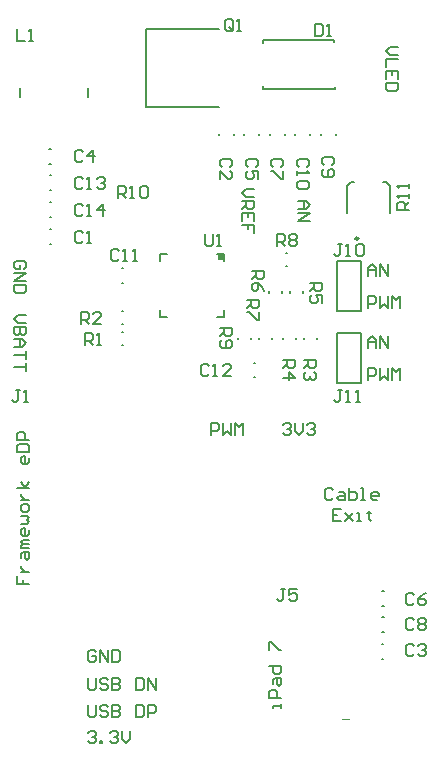
<source format=gto>
G04*
G04 #@! TF.GenerationSoftware,Altium Limited,Altium Designer,18.0.12 (696)*
G04*
G04 Layer_Color=65535*
%FSLAX25Y25*%
%MOIN*%
G70*
G01*
G75*
%ADD10C,0.00984*%
%ADD11C,0.00787*%
%ADD12C,0.00394*%
%ADD13C,0.00500*%
%ADD14C,0.00800*%
G36*
X172771Y268287D02*
X174740D01*
Y266318D01*
X172771D01*
Y268287D01*
D02*
G37*
D10*
X219555Y273386D02*
G03*
X219555Y273386I-492J0D01*
G01*
D11*
X212563Y249035D02*
X220437D01*
X212563Y265965D02*
X220437D01*
X212563Y249035D02*
Y265965D01*
X220437Y249035D02*
Y265965D01*
X212563Y225035D02*
X220437D01*
X212563Y241965D02*
X220437D01*
X212563Y225035D02*
Y241965D01*
X220437Y225035D02*
Y241965D01*
X227503Y138261D02*
X227897D01*
X227503Y133339D02*
X227897D01*
X227603Y147061D02*
X227997D01*
X227603Y142139D02*
X227997D01*
X227603Y155761D02*
X227997D01*
X227603Y150839D02*
X227997D01*
X201335Y239803D02*
Y240197D01*
X205665Y239803D02*
Y240197D01*
X194335Y239803D02*
Y240197D01*
X198665Y239803D02*
Y240197D01*
X190665Y239803D02*
Y240197D01*
X186335Y239803D02*
Y240197D01*
X183665Y239803D02*
Y240197D01*
X179335Y239803D02*
Y240197D01*
X184803Y227039D02*
X185197D01*
X184803Y231961D02*
X185197D01*
X189835Y255303D02*
Y255697D01*
X194165Y255303D02*
Y255697D01*
X195303Y268665D02*
X195697D01*
X195303Y264335D02*
X195697D01*
X196835Y255303D02*
Y255697D01*
X201165Y255303D02*
Y255697D01*
X211961Y307803D02*
Y308197D01*
X207039Y307803D02*
Y308197D01*
X203461Y307803D02*
Y308197D01*
X198539Y307803D02*
Y308197D01*
X194961Y307803D02*
Y308197D01*
X190039Y307803D02*
Y308197D01*
X186461Y307803D02*
Y308197D01*
X181539Y307803D02*
Y308197D01*
X177961Y307803D02*
Y308197D01*
X173039Y307803D02*
Y308197D01*
X215913Y281850D02*
Y290905D01*
X217094Y292087D01*
X218276D01*
X227724Y292087D02*
X228906D01*
X230087Y290905D01*
Y281850D02*
Y290905D01*
X140803Y258539D02*
X141197D01*
X140803Y263461D02*
X141197D01*
X140803Y249165D02*
X141197D01*
X140803Y244835D02*
X141197D01*
X140803Y237835D02*
X141197D01*
X140803Y242165D02*
X141197D01*
X116603Y298339D02*
X116997D01*
X116603Y303261D02*
X116997D01*
X116803Y289539D02*
X117197D01*
X116803Y294461D02*
X117197D01*
X116803Y280539D02*
X117197D01*
X116803Y285461D02*
X117197D01*
X116803Y271539D02*
X117197D01*
X116803Y276461D02*
X117197D01*
D12*
X214055Y113252D02*
X216417D01*
D13*
X187870Y338465D02*
Y339646D01*
X211492D01*
Y338858D02*
Y339646D01*
X211886Y323110D02*
Y323898D01*
X187870Y323110D02*
X211886D01*
X187870D02*
Y324291D01*
X172378Y268287D02*
X174740D01*
Y265925D02*
Y268287D01*
X172378Y247027D02*
X174740D01*
Y249389D01*
X153480Y265925D02*
Y268287D01*
X155842D01*
X153480Y247027D02*
Y249389D01*
Y247027D02*
X155842D01*
X129602Y320468D02*
Y323618D01*
X106768Y320468D02*
Y323618D01*
D14*
X148695Y343092D02*
X173104D01*
X148695Y317108D02*
Y343092D01*
Y317108D02*
X173104D01*
X170300Y207800D02*
Y211799D01*
X172299D01*
X172966Y211132D01*
Y209799D01*
X172299Y209133D01*
X170300D01*
X174299Y211799D02*
Y207800D01*
X175632Y209133D01*
X176964Y207800D01*
Y211799D01*
X178297Y207800D02*
Y211799D01*
X179630Y210466D01*
X180963Y211799D01*
Y207800D01*
X211169Y189351D02*
X210502Y190017D01*
X209169D01*
X208503Y189351D01*
Y186685D01*
X209169Y186019D01*
X210502D01*
X211169Y186685D01*
X213168Y188684D02*
X214501D01*
X215167Y188018D01*
Y186019D01*
X213168D01*
X212502Y186685D01*
X213168Y187351D01*
X215167D01*
X216500Y190017D02*
Y186019D01*
X218500D01*
X219166Y186685D01*
Y187351D01*
Y188018D01*
X218500Y188684D01*
X216500D01*
X220499Y186019D02*
X221832D01*
X221165D01*
Y190017D01*
X220499D01*
X225831Y186019D02*
X224498D01*
X223831Y186685D01*
Y188018D01*
X224498Y188684D01*
X225831D01*
X226497Y188018D01*
Y187351D01*
X223831D01*
X213835Y183299D02*
X211169D01*
Y179300D01*
X213835D01*
X211169Y181299D02*
X212502D01*
X215167Y181966D02*
X217833Y179300D01*
X216500Y180633D01*
X217833Y181966D01*
X215167Y179300D01*
X219166D02*
X220499D01*
X219833D01*
Y181966D01*
X219166D01*
X223165Y182632D02*
Y181966D01*
X222498D01*
X223831D01*
X223165D01*
Y179966D01*
X223831Y179300D01*
X184799Y289700D02*
X182133D01*
X180800Y288367D01*
X182133Y287034D01*
X184799D01*
X180800Y285701D02*
X184799D01*
Y283702D01*
X184132Y283035D01*
X182799D01*
X182133Y283702D01*
Y285701D01*
Y284368D02*
X180800Y283035D01*
X184799Y279037D02*
Y281703D01*
X180800D01*
Y279037D01*
X182799Y281703D02*
Y280370D01*
X184799Y275038D02*
Y277704D01*
X182799D01*
Y276371D01*
Y277704D01*
X180800D01*
X232799Y337200D02*
X230133D01*
X228800Y335867D01*
X230133Y334534D01*
X232799D01*
Y333201D02*
X228800D01*
Y330536D01*
X232799Y326537D02*
Y329203D01*
X228800D01*
Y326537D01*
X230799Y329203D02*
Y327870D01*
X232799Y325204D02*
X228800D01*
Y323204D01*
X229466Y322538D01*
X232132D01*
X232799Y323204D01*
Y325204D01*
X222800Y260800D02*
Y263466D01*
X224133Y264799D01*
X225466Y263466D01*
Y260800D01*
Y262799D01*
X222800D01*
X226799Y260800D02*
Y264799D01*
X229465Y260800D01*
Y264799D01*
X222800Y236800D02*
Y239466D01*
X224133Y240799D01*
X225466Y239466D01*
Y236800D01*
Y238799D01*
X222800D01*
X226799Y236800D02*
Y240799D01*
X229465Y236800D01*
Y240799D01*
X222800Y226300D02*
Y230299D01*
X224799D01*
X225466Y229632D01*
Y228299D01*
X224799Y227633D01*
X222800D01*
X226799Y230299D02*
Y226300D01*
X228132Y227633D01*
X229465Y226300D01*
Y230299D01*
X230797Y226300D02*
Y230299D01*
X232130Y228966D01*
X233463Y230299D01*
Y226300D01*
X199300Y285700D02*
X201966D01*
X203299Y284367D01*
X201966Y283034D01*
X199300D01*
X201299D01*
Y285700D01*
X199300Y281701D02*
X203299D01*
X199300Y279035D01*
X203299D01*
X222800Y250300D02*
Y254299D01*
X224799D01*
X225466Y253632D01*
Y252299D01*
X224799Y251633D01*
X222800D01*
X226799Y254299D02*
Y250300D01*
X228132Y251633D01*
X229465Y250300D01*
Y254299D01*
X230797Y250300D02*
Y254299D01*
X232130Y252966D01*
X233463Y254299D01*
Y250300D01*
X108132Y263034D02*
X108799Y263701D01*
Y265034D01*
X108132Y265700D01*
X105466D01*
X104800Y265034D01*
Y263701D01*
X105466Y263034D01*
X106799D01*
Y264367D01*
X104800Y261701D02*
X108799D01*
X104800Y259035D01*
X108799D01*
Y257703D02*
X104800D01*
Y255703D01*
X105466Y255037D01*
X108132D01*
X108799Y255703D01*
Y257703D01*
X129300Y117799D02*
Y114467D01*
X129966Y113800D01*
X131299D01*
X131966Y114467D01*
Y117799D01*
X135965Y117132D02*
X135298Y117799D01*
X133965D01*
X133299Y117132D01*
Y116466D01*
X133965Y115799D01*
X135298D01*
X135965Y115133D01*
Y114467D01*
X135298Y113800D01*
X133965D01*
X133299Y114467D01*
X137297Y117799D02*
Y113800D01*
X139297D01*
X139963Y114467D01*
Y115133D01*
X139297Y115799D01*
X137297D01*
X139297D01*
X139963Y116466D01*
Y117132D01*
X139297Y117799D01*
X137297D01*
X145295D02*
Y113800D01*
X147294D01*
X147961Y114467D01*
Y117132D01*
X147294Y117799D01*
X145295D01*
X149294Y113800D02*
Y117799D01*
X151293D01*
X151959Y117132D01*
Y115799D01*
X151293Y115133D01*
X149294D01*
X129300Y108632D02*
X129966Y109299D01*
X131299D01*
X131966Y108632D01*
Y107966D01*
X131299Y107299D01*
X130633D01*
X131299D01*
X131966Y106633D01*
Y105966D01*
X131299Y105300D01*
X129966D01*
X129300Y105966D01*
X133299Y105300D02*
Y105966D01*
X133965D01*
Y105300D01*
X133299D01*
X136631Y108632D02*
X137297Y109299D01*
X138630D01*
X139297Y108632D01*
Y107966D01*
X138630Y107299D01*
X137964D01*
X138630D01*
X139297Y106633D01*
Y105966D01*
X138630Y105300D01*
X137297D01*
X136631Y105966D01*
X140630Y109299D02*
Y106633D01*
X141963Y105300D01*
X143296Y106633D01*
Y109299D01*
X131966Y135632D02*
X131299Y136299D01*
X129966D01*
X129300Y135632D01*
Y132966D01*
X129966Y132300D01*
X131299D01*
X131966Y132966D01*
Y134299D01*
X130633D01*
X133299Y132300D02*
Y136299D01*
X135965Y132300D01*
Y136299D01*
X137297D02*
Y132300D01*
X139297D01*
X139963Y132966D01*
Y135632D01*
X139297Y136299D01*
X137297D01*
X105701Y160966D02*
Y158300D01*
X107701D01*
Y159633D01*
Y158300D01*
X109700D01*
X107034Y162299D02*
X109700D01*
X108367D01*
X107701Y162965D01*
X107034Y163632D01*
Y164298D01*
Y166964D02*
Y168297D01*
X107701Y168963D01*
X109700D01*
Y166964D01*
X109034Y166297D01*
X108367Y166964D01*
Y168963D01*
X109700Y170296D02*
X107034D01*
Y170963D01*
X107701Y171629D01*
X109700D01*
X107701D01*
X107034Y172295D01*
X107701Y172962D01*
X109700D01*
Y176294D02*
Y174961D01*
X109034Y174295D01*
X107701D01*
X107034Y174961D01*
Y176294D01*
X107701Y176961D01*
X108367D01*
Y174295D01*
X107034Y178294D02*
X109034D01*
X109700Y178960D01*
X109034Y179626D01*
X109700Y180293D01*
X109034Y180959D01*
X107034D01*
X109700Y182959D02*
Y184292D01*
X109034Y184958D01*
X107701D01*
X107034Y184292D01*
Y182959D01*
X107701Y182292D01*
X109034D01*
X109700Y182959D01*
X107034Y186291D02*
X109700D01*
X108367D01*
X107701Y186957D01*
X107034Y187624D01*
Y188290D01*
X109700Y190290D02*
X105701D01*
X108367D02*
X107034Y192289D01*
X108367Y190290D02*
X109700Y192289D01*
Y200286D02*
Y198953D01*
X109034Y198287D01*
X107701D01*
X107034Y198953D01*
Y200286D01*
X107701Y200953D01*
X108367D01*
Y198287D01*
X105701Y202286D02*
X109700D01*
Y204285D01*
X109034Y204952D01*
X106368D01*
X105701Y204285D01*
Y202286D01*
X109700Y206284D02*
X105701D01*
Y208284D01*
X106368Y208950D01*
X107701D01*
X108367Y208284D01*
Y206284D01*
X129300Y126799D02*
Y123467D01*
X129966Y122800D01*
X131299D01*
X131966Y123467D01*
Y126799D01*
X135965Y126132D02*
X135298Y126799D01*
X133965D01*
X133299Y126132D01*
Y125466D01*
X133965Y124799D01*
X135298D01*
X135965Y124133D01*
Y123467D01*
X135298Y122800D01*
X133965D01*
X133299Y123467D01*
X137297Y126799D02*
Y122800D01*
X139297D01*
X139963Y123467D01*
Y124133D01*
X139297Y124799D01*
X137297D01*
X139297D01*
X139963Y125466D01*
Y126132D01*
X139297Y126799D01*
X137297D01*
X145295D02*
Y122800D01*
X147294D01*
X147961Y123467D01*
Y126132D01*
X147294Y126799D01*
X145295D01*
X149294Y122800D02*
Y126799D01*
X151959Y122800D01*
Y126799D01*
X194300Y211132D02*
X194966Y211799D01*
X196299D01*
X196966Y211132D01*
Y210466D01*
X196299Y209799D01*
X195633D01*
X196299D01*
X196966Y209133D01*
Y208466D01*
X196299Y207800D01*
X194966D01*
X194300Y208466D01*
X198299Y211799D02*
Y209133D01*
X199632Y207800D01*
X200964Y209133D01*
Y211799D01*
X202297Y211132D02*
X202964Y211799D01*
X204297D01*
X204963Y211132D01*
Y210466D01*
X204297Y209799D01*
X203630D01*
X204297D01*
X204963Y209133D01*
Y208466D01*
X204297Y207800D01*
X202964D01*
X202297Y208466D01*
X108799Y247700D02*
X106133D01*
X104800Y246367D01*
X106133Y245034D01*
X108799D01*
Y243701D02*
X104800D01*
Y241702D01*
X105466Y241036D01*
X106133D01*
X106799Y241702D01*
Y243701D01*
Y241702D01*
X107466Y241036D01*
X108132D01*
X108799Y241702D01*
Y243701D01*
X104800Y239703D02*
X107466D01*
X108799Y238370D01*
X107466Y237037D01*
X104800D01*
X106799D01*
Y239703D01*
X108799Y235704D02*
Y233038D01*
Y234371D01*
X104800D01*
X108799Y231705D02*
Y229039D01*
Y230372D01*
X104800D01*
X193700Y116800D02*
Y118133D01*
Y117466D01*
X191034D01*
Y116800D01*
X193700Y120132D02*
X189701D01*
Y122132D01*
X190368Y122798D01*
X191701D01*
X192367Y122132D01*
Y120132D01*
X191034Y124797D02*
Y126130D01*
X191701Y126797D01*
X193700D01*
Y124797D01*
X193034Y124131D01*
X192367Y124797D01*
Y126797D01*
X189701Y130796D02*
X193700D01*
Y128796D01*
X193034Y128130D01*
X191701D01*
X191034Y128796D01*
Y130796D01*
X189701Y136127D02*
Y138793D01*
X190368D01*
X193034Y136127D01*
X193700D01*
X214166Y222999D02*
X212833D01*
X213499D01*
Y219666D01*
X212833Y219000D01*
X212166D01*
X211500Y219666D01*
X215499Y219000D02*
X216832D01*
X216165D01*
Y222999D01*
X215499Y222332D01*
X218831Y219000D02*
X220164D01*
X219497D01*
Y222999D01*
X218831Y222332D01*
X214166Y271499D02*
X212833D01*
X213499D01*
Y268166D01*
X212833Y267500D01*
X212166D01*
X211500Y268166D01*
X215499Y267500D02*
X216832D01*
X216165D01*
Y271499D01*
X215499Y270832D01*
X218831D02*
X219497Y271499D01*
X220830D01*
X221497Y270832D01*
Y268166D01*
X220830Y267500D01*
X219497D01*
X218831Y268166D01*
Y270832D01*
X127666Y284332D02*
X126999Y284999D01*
X125666D01*
X125000Y284332D01*
Y281666D01*
X125666Y281000D01*
X126999D01*
X127666Y281666D01*
X128999Y281000D02*
X130332D01*
X129665D01*
Y284999D01*
X128999Y284332D01*
X134330Y281000D02*
Y284999D01*
X132331Y282999D01*
X134997D01*
X127666Y293332D02*
X126999Y293999D01*
X125666D01*
X125000Y293332D01*
Y290666D01*
X125666Y290000D01*
X126999D01*
X127666Y290666D01*
X128999Y290000D02*
X130332D01*
X129665D01*
Y293999D01*
X128999Y293332D01*
X132331D02*
X132997Y293999D01*
X134330D01*
X134997Y293332D01*
Y292666D01*
X134330Y291999D01*
X133664D01*
X134330D01*
X134997Y291333D01*
Y290666D01*
X134330Y290000D01*
X132997D01*
X132331Y290666D01*
X168500Y274999D02*
Y271666D01*
X169167Y271000D01*
X170499D01*
X171166Y271666D01*
Y274999D01*
X172499Y271000D02*
X173832D01*
X173165D01*
Y274999D01*
X172499Y274332D01*
X236500Y283000D02*
X232501D01*
Y284999D01*
X233168Y285666D01*
X234501D01*
X235167Y284999D01*
Y283000D01*
Y284333D02*
X236500Y285666D01*
Y286999D02*
Y288332D01*
Y287665D01*
X232501D01*
X233168Y286999D01*
X236500Y290331D02*
Y291664D01*
Y290997D01*
X232501D01*
X233168Y290331D01*
X139500Y287000D02*
Y290999D01*
X141499D01*
X142166Y290332D01*
Y288999D01*
X141499Y288333D01*
X139500D01*
X140833D02*
X142166Y287000D01*
X143499D02*
X144832D01*
X144165D01*
Y290999D01*
X143499Y290332D01*
X146831D02*
X147497Y290999D01*
X148830D01*
X149497Y290332D01*
Y287666D01*
X148830Y287000D01*
X147497D01*
X146831Y287666D01*
Y290332D01*
X173500Y243500D02*
X177499D01*
Y241501D01*
X176832Y240834D01*
X175499D01*
X174833Y241501D01*
Y243500D01*
Y242167D02*
X173500Y240834D01*
X174167Y239501D02*
X173500Y238835D01*
Y237502D01*
X174167Y236836D01*
X176832D01*
X177499Y237502D01*
Y238835D01*
X176832Y239501D01*
X176166D01*
X175499Y238835D01*
Y236836D01*
X192500Y271000D02*
Y274999D01*
X194499D01*
X195166Y274332D01*
Y272999D01*
X194499Y272333D01*
X192500D01*
X193833D02*
X195166Y271000D01*
X196499Y274332D02*
X197165Y274999D01*
X198498D01*
X199164Y274332D01*
Y273666D01*
X198498Y272999D01*
X199164Y272333D01*
Y271666D01*
X198498Y271000D01*
X197165D01*
X196499Y271666D01*
Y272333D01*
X197165Y272999D01*
X196499Y273666D01*
Y274332D01*
X197165Y272999D02*
X198498D01*
X182500Y253000D02*
X186499D01*
Y251001D01*
X185832Y250334D01*
X184499D01*
X183833Y251001D01*
Y253000D01*
Y251667D02*
X182500Y250334D01*
X186499Y249001D02*
Y246336D01*
X185832D01*
X183167Y249001D01*
X182500D01*
X184000Y262500D02*
X187999D01*
Y260501D01*
X187332Y259834D01*
X185999D01*
X185333Y260501D01*
Y262500D01*
Y261167D02*
X184000Y259834D01*
X187999Y255836D02*
X187332Y257168D01*
X185999Y258501D01*
X184667D01*
X184000Y257835D01*
Y256502D01*
X184667Y255836D01*
X185333D01*
X185999Y256502D01*
Y258501D01*
X203500Y258500D02*
X207499D01*
Y256501D01*
X206832Y255834D01*
X205499D01*
X204833Y256501D01*
Y258500D01*
Y257167D02*
X203500Y255834D01*
X207499Y251835D02*
Y254501D01*
X205499D01*
X206166Y253168D01*
Y252502D01*
X205499Y251835D01*
X204167D01*
X203500Y252502D01*
Y253835D01*
X204167Y254501D01*
X194500Y233000D02*
X198499D01*
Y231001D01*
X197832Y230334D01*
X196499D01*
X195833Y231001D01*
Y233000D01*
Y231667D02*
X194500Y230334D01*
Y227002D02*
X198499D01*
X196499Y229001D01*
Y226336D01*
X201500Y233000D02*
X205499D01*
Y231001D01*
X204832Y230334D01*
X203499D01*
X202833Y231001D01*
Y233000D01*
Y231667D02*
X201500Y230334D01*
X204832Y229001D02*
X205499Y228335D01*
Y227002D01*
X204832Y226336D01*
X204166D01*
X203499Y227002D01*
Y227668D01*
Y227002D01*
X202833Y226336D01*
X202167D01*
X201500Y227002D01*
Y228335D01*
X202167Y229001D01*
X127000Y245000D02*
Y248999D01*
X128999D01*
X129666Y248332D01*
Y246999D01*
X128999Y246333D01*
X127000D01*
X128333D02*
X129666Y245000D01*
X133665D02*
X130999D01*
X133665Y247666D01*
Y248332D01*
X132998Y248999D01*
X131665D01*
X130999Y248332D01*
X128500Y238000D02*
Y241999D01*
X130499D01*
X131166Y241332D01*
Y239999D01*
X130499Y239333D01*
X128500D01*
X129833D02*
X131166Y238000D01*
X132499D02*
X133832D01*
X133165D01*
Y241999D01*
X132499Y241332D01*
X177666Y343166D02*
Y345832D01*
X176999Y346499D01*
X175666D01*
X175000Y345832D01*
Y343166D01*
X175666Y342500D01*
X176999D01*
X176333Y343833D02*
X177666Y342500D01*
X176999D02*
X177666Y343166D01*
X178999Y342500D02*
X180332D01*
X179665D01*
Y346499D01*
X178999Y345832D01*
X105800Y343299D02*
Y339300D01*
X108466D01*
X109799D02*
X111132D01*
X110465D01*
Y343299D01*
X109799Y342632D01*
X195166Y156499D02*
X193833D01*
X194499D01*
Y153166D01*
X193833Y152500D01*
X193166D01*
X192500Y153166D01*
X199164Y156499D02*
X196499D01*
Y154499D01*
X197832Y155166D01*
X198498D01*
X199164Y154499D01*
Y153166D01*
X198498Y152500D01*
X197165D01*
X196499Y153166D01*
X106666Y222999D02*
X105333D01*
X105999D01*
Y219666D01*
X105333Y219000D01*
X104666D01*
X104000Y219666D01*
X107999Y219000D02*
X109332D01*
X108665D01*
Y222999D01*
X107999Y222332D01*
X205000Y344999D02*
Y341000D01*
X206999D01*
X207666Y341666D01*
Y344332D01*
X206999Y344999D01*
X205000D01*
X208999Y341000D02*
X210332D01*
X209665D01*
Y344999D01*
X208999Y344332D01*
X169666Y230832D02*
X168999Y231499D01*
X167666D01*
X167000Y230832D01*
Y228166D01*
X167666Y227500D01*
X168999D01*
X169666Y228166D01*
X170999Y227500D02*
X172332D01*
X171665D01*
Y231499D01*
X170999Y230832D01*
X176997Y227500D02*
X174331D01*
X176997Y230166D01*
Y230832D01*
X176330Y231499D01*
X174997D01*
X174331Y230832D01*
X139666Y269332D02*
X138999Y269999D01*
X137666D01*
X137000Y269332D01*
Y266666D01*
X137666Y266000D01*
X138999D01*
X139666Y266666D01*
X140999Y266000D02*
X142332D01*
X141665D01*
Y269999D01*
X140999Y269332D01*
X144331Y266000D02*
X145664D01*
X144997D01*
Y269999D01*
X144331Y269332D01*
X202332Y297334D02*
X202999Y298001D01*
Y299334D01*
X202332Y300000D01*
X199667D01*
X199000Y299334D01*
Y298001D01*
X199667Y297334D01*
X199000Y296001D02*
Y294668D01*
Y295335D01*
X202999D01*
X202332Y296001D01*
Y292669D02*
X202999Y292003D01*
Y290670D01*
X202332Y290003D01*
X199667D01*
X199000Y290670D01*
Y292003D01*
X199667Y292669D01*
X202332D01*
X210832Y297834D02*
X211499Y298501D01*
Y299834D01*
X210832Y300500D01*
X208166D01*
X207500Y299834D01*
Y298501D01*
X208166Y297834D01*
Y296501D02*
X207500Y295835D01*
Y294502D01*
X208166Y293835D01*
X210832D01*
X211499Y294502D01*
Y295835D01*
X210832Y296501D01*
X210166D01*
X209499Y295835D01*
Y293835D01*
X238166Y146032D02*
X237499Y146699D01*
X236166D01*
X235500Y146032D01*
Y143367D01*
X236166Y142700D01*
X237499D01*
X238166Y143367D01*
X239499Y146032D02*
X240165Y146699D01*
X241498D01*
X242164Y146032D01*
Y145366D01*
X241498Y144699D01*
X242164Y144033D01*
Y143367D01*
X241498Y142700D01*
X240165D01*
X239499Y143367D01*
Y144033D01*
X240165Y144699D01*
X239499Y145366D01*
Y146032D01*
X240165Y144699D02*
X241498D01*
X193832Y297334D02*
X194499Y298001D01*
Y299334D01*
X193832Y300000D01*
X191166D01*
X190500Y299334D01*
Y298001D01*
X191166Y297334D01*
X194499Y296001D02*
Y293336D01*
X193832D01*
X191166Y296001D01*
X190500D01*
X238166Y154532D02*
X237499Y155199D01*
X236166D01*
X235500Y154532D01*
Y151866D01*
X236166Y151200D01*
X237499D01*
X238166Y151866D01*
X242164Y155199D02*
X240832Y154532D01*
X239499Y153199D01*
Y151866D01*
X240165Y151200D01*
X241498D01*
X242164Y151866D01*
Y152533D01*
X241498Y153199D01*
X239499D01*
X185332Y297334D02*
X185999Y298001D01*
Y299334D01*
X185332Y300000D01*
X182667D01*
X182000Y299334D01*
Y298001D01*
X182667Y297334D01*
X185999Y293336D02*
Y296001D01*
X183999D01*
X184666Y294668D01*
Y294002D01*
X183999Y293336D01*
X182667D01*
X182000Y294002D01*
Y295335D01*
X182667Y296001D01*
X127666Y302332D02*
X126999Y302999D01*
X125666D01*
X125000Y302332D01*
Y299666D01*
X125666Y299000D01*
X126999D01*
X127666Y299666D01*
X130998Y299000D02*
Y302999D01*
X128999Y300999D01*
X131665D01*
X238166Y137532D02*
X237499Y138199D01*
X236166D01*
X235500Y137532D01*
Y134866D01*
X236166Y134200D01*
X237499D01*
X238166Y134866D01*
X239499Y137532D02*
X240165Y138199D01*
X241498D01*
X242164Y137532D01*
Y136866D01*
X241498Y136199D01*
X240832D01*
X241498D01*
X242164Y135533D01*
Y134866D01*
X241498Y134200D01*
X240165D01*
X239499Y134866D01*
X176832Y297334D02*
X177499Y298001D01*
Y299334D01*
X176832Y300000D01*
X174167D01*
X173500Y299334D01*
Y298001D01*
X174167Y297334D01*
X173500Y293336D02*
Y296001D01*
X176166Y293336D01*
X176832D01*
X177499Y294002D01*
Y295335D01*
X176832Y296001D01*
X127666Y275332D02*
X126999Y275999D01*
X125666D01*
X125000Y275332D01*
Y272666D01*
X125666Y272000D01*
X126999D01*
X127666Y272666D01*
X128999Y272000D02*
X130332D01*
X129665D01*
Y275999D01*
X128999Y275332D01*
M02*

</source>
